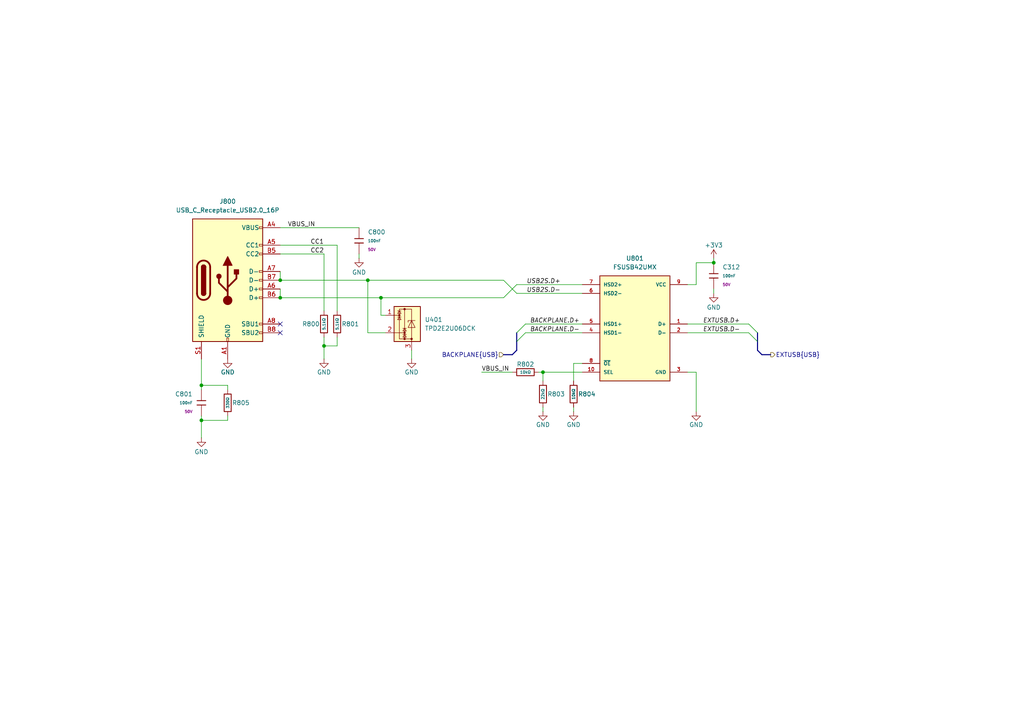
<source format=kicad_sch>
(kicad_sch (version 20231120) (generator "eeschema") (generator_version "8.0")
  (paper "A4")
  (title_block (title "ModuCard base module") (date "2025-02-25") (rev "1.0.1") (company "KoNaR") (comment 1 "Base project authors: Dominik Pluta, Artem Horiunov") (comment 2 "Project author: <author>"))
  (lib_symbols
    (symbol "FSUSB42UMX:FSUSB42UMX" (pin_names (offset 1.016))
      (property "Reference" "U" (at -10.16 15.748 0))
      (property "Value" "FSUSB42UMX" (at -10.16 -17.78 0))
      (symbol "FSUSB42UMX_0_0"
        (rectangle (start -10.16 15.24) (end 10.16 -15.24) (stroke (width 0.254)) (fill (type background)))
        (pin bidirectional line (at 15.24 1.27 180) (length 5.08) (name "D+") (number "1"))
        (pin input line (at -15.24 -12.7 0) (length 5.08) (name "SEL") (number "10"))
        (pin bidirectional line (at 15.24 -1.27 180) (length 5.08) (name "D-") (number "2"))
        (pin power_in line (at 15.24 -12.7 180) (length 5.08) (name "GND") (number "3"))
        (pin input line (at -15.24 -1.27 0) (length 5.08) (name "HSD1-") (number "4"))
        (pin input line (at -15.24 1.27 0) (length 5.08) (name "HSD1+") (number "5"))
        (pin input line (at -15.24 10.16 0) (length 5.08) (name "HSD2-") (number "6"))
        (pin input line (at -15.24 12.7 0) (length 5.08) (name "HSD2+") (number "7"))
        (pin input line (at -15.24 -10.16 0) (length 5.08) (name "~{OE}") (number "8"))
        (pin power_in line (at 15.24 12.7 180) (length 5.08) (name "VCC") (number "9"))
      )
    )
    (symbol "PCM_JLCPCB-Capacitors:0402,100nF,(2)" (pin_numbers hide) (pin_names (offset 0))
      (property "Reference" "C" (at 2.032 1.668 0))
      (property "Value" "100nF" (at 2.032 -0.3782 0))
      (property "Voltage Rated" "50V" (at 2.032 -2.0462 0))
      (symbol "0402,100nF,(2)_0_1"
        (polyline (pts (xy -1.27 -0.635) (xy 1.27 -0.635)) (stroke (width 0.254)))
        (polyline (pts (xy -1.27 0.635) (xy 1.27 0.635)) (stroke (width 0.254)))
      )
      (symbol "0402,100nF,(2)_1_1"
        (pin passive line (at 0 3.81 270) (length 3.175) (name "~") (number "1"))
        (pin passive line (at 0 -3.81 90) (length 3.175) (name "~") (number "2"))
      )
    )
    (symbol "PCM_JLCPCB-Resistors:0402,10kΩ" (pin_numbers hide) (pin_names (offset 0))
      (property "Reference" "R" (at 1.778 0 0))
      (property "Value" "10kΩ" (at 0 0 90))
      (symbol "0402,10kΩ_0_1"
        (rectangle (start -1.016 2.54) (end 1.016 -2.54) (stroke (width 0.254)))
      )
      (symbol "0402,10kΩ_1_1"
        (pin passive line (at 0 3.81 270) (length 1.27) (name "~") (number "1"))
        (pin passive line (at 0 -3.81 90) (length 1.27) (name "~") (number "2"))
      )
    )
    (symbol "PCM_JLCPCB-Resistors:0402,22kΩ" (pin_numbers hide) (pin_names (offset 0))
      (property "Reference" "R" (at 1.778 0 0))
      (property "Value" "22kΩ" (at 0 0 90))
      (symbol "0402,22kΩ_0_1"
        (rectangle (start -1.016 2.54) (end 1.016 -2.54) (stroke (width 0.254)))
      )
      (symbol "0402,22kΩ_1_1"
        (pin passive line (at 0 3.81 270) (length 1.27) (name "~") (number "1"))
        (pin passive line (at 0 -3.81 90) (length 1.27) (name "~") (number "2"))
      )
    )
    (symbol "PCM_JLCPCB-Resistors:0402,330Ω" (pin_numbers hide) (pin_names (offset 0))
      (property "Reference" "R" (at 1.778 0 0))
      (property "Value" "330Ω" (at 0 0 90))
      (symbol "0402,330Ω_0_1"
        (rectangle (start -1.016 2.54) (end 1.016 -2.54) (stroke (width 0.254)))
      )
      (symbol "0402,330Ω_1_1"
        (pin passive line (at 0 3.81 270) (length 1.27) (name "~") (number "1"))
        (pin passive line (at 0 -3.81 90) (length 1.27) (name "~") (number "2"))
      )
    )
    (symbol "PCM_JLCPCB-Resistors:0402,5.1kΩ" (pin_numbers hide) (pin_names (offset 0))
      (property "Reference" "R" (at 1.778 0 0))
      (property "Value" "5.1kΩ" (at 0 0 90))
      (symbol "0402,5.1kΩ_0_1"
        (rectangle (start -1.016 2.54) (end 1.016 -2.54) (stroke (width 0.254)))
      )
      (symbol "0402,5.1kΩ_1_1"
        (pin passive line (at 0 3.81 270) (length 1.27) (name "~") (number "1"))
        (pin passive line (at 0 -3.81 90) (length 1.27) (name "~") (number "2"))
      )
    )
    (symbol "Power_Protection:TPD2E2U06DCK"
      (property "Reference" "U" (at -3.81 6.35 0))
      (property "Value" "TPD2E2U06DCK" (at 0.508 -6.35 0))
      (symbol "TPD2E2U06DCK_0_1"
        (rectangle (start -5.08 5.08) (end 2.54 -5.08) (stroke (width 0.254)) (fill (type background)))
        (circle (center -3.556 2.54) (radius 0.254) (fill (type outline)))
        (rectangle (start -3.556 4.318) (end 0 -4.318))
        (circle (center -2.032 -4.318) (radius 0.254) (fill (type outline)))
        (circle (center -2.032 -2.54) (radius 0.254) (fill (type outline)))
        (circle (center -2.032 4.318) (radius 0.254) (fill (type outline)))
        (circle (center 0 -4.318) (radius 0.254) (fill (type outline)))
        (polyline (pts (xy -3.556 2.54) (xy -5.08 2.54)))
        (polyline (pts (xy -3.048 2.032) (xy -4.064 2.032)))
        (polyline (pts (xy -3.048 3.81) (xy -4.064 3.81)))
        (polyline (pts (xy -2.032 -4.318) (xy -2.032 4.318)))
        (polyline (pts (xy -2.032 -2.54) (xy -5.08 -2.54)))
        (polyline (pts (xy -1.524 -3.048) (xy -2.54 -3.048)))
        (polyline (pts (xy -1.524 -1.27) (xy -2.54 -1.27)))
        (polyline (pts (xy 0 -4.318) (xy 0 -5.08)))
        (polyline (pts (xy 1.016 1.016) (xy -1.016 1.016) (xy -1.016 0.508)))
        (polyline (pts (xy -3.556 2.032) (xy -4.064 1.27) (xy -3.048 1.27) (xy -3.556 2.032)))
        (polyline (pts (xy -3.556 3.81) (xy -4.064 3.048) (xy -3.048 3.048) (xy -3.556 3.81)))
        (polyline (pts (xy -2.032 -3.048) (xy -2.54 -3.81) (xy -1.524 -3.81) (xy -2.032 -3.048)))
        (polyline (pts (xy -2.032 -1.27) (xy -2.54 -2.032) (xy -1.524 -2.032) (xy -2.032 -1.27)))
        (polyline (pts (xy 0 1.016) (xy 1.016 -1.016) (xy -1.016 -1.016) (xy 0 1.016)))
      )
      (symbol "TPD2E2U06DCK_1_1"
        (pin passive line (at -7.62 2.54 0) (length 2.54) (name "~") (number "1"))
        (pin passive line (at -7.62 -2.54 0) (length 2.54) (name "~") (number "2"))
        (pin passive line (at 0 -7.62 90) (length 2.54) (name "~") (number "3"))
      )
    )
    (symbol "USB_C_Receptacle_USB2.0_16P_1" (pin_names (offset 1.016))
      (property "Reference" "J" (at 0 22.225 0))
      (property "Value" "USB_C_Receptacle_USB2.0_16P" (at 0 19.685 0))
      (symbol "USB_C_Receptacle_USB2.0_16P_1_0_0"
        (rectangle (start -0.254 -17.78) (end 0.254 -16.764))
        (rectangle (start 10.16 -14.986) (end 9.144 -15.494))
        (rectangle (start 10.16 -12.446) (end 9.144 -12.954))
        (rectangle (start 10.16 -4.826) (end 9.144 -5.334))
        (rectangle (start 10.16 -2.286) (end 9.144 -2.794))
        (rectangle (start 10.16 0.254) (end 9.144 -0.254))
        (rectangle (start 10.16 2.794) (end 9.144 2.286))
        (rectangle (start 10.16 7.874) (end 9.144 7.366))
        (rectangle (start 10.16 10.414) (end 9.144 9.906))
        (rectangle (start 10.16 15.494) (end 9.144 14.986))
      )
      (symbol "USB_C_Receptacle_USB2.0_16P_1_0_1"
        (rectangle (start -10.16 17.78) (end 10.16 -17.78) (stroke (width 0.254)) (fill (type background)))
        (arc (start -8.89 -3.81) (mid -6.985 -5.7067) (end -5.08 -3.81) (stroke (width 0.508)))
        (arc (start -7.62 -3.81) (mid -6.985 -4.4423) (end -6.35 -3.81) (stroke (width 0.254)))
        (arc (start -7.62 -3.81) (mid -6.985 -4.4423) (end -6.35 -3.81) (stroke (width 0.254)) (fill (type outline)))
        (rectangle (start -7.62 -3.81) (end -6.35 3.81) (stroke (width 0.254)) (fill (type outline)))
        (arc (start -6.35 3.81) (mid -6.985 4.4423) (end -7.62 3.81) (stroke (width 0.254)))
        (arc (start -6.35 3.81) (mid -6.985 4.4423) (end -7.62 3.81) (stroke (width 0.254)) (fill (type outline)))
        (arc (start -5.08 3.81) (mid -6.985 5.7067) (end -8.89 3.81) (stroke (width 0.508)))
        (circle (center -2.54 1.143) (radius 0.635) (stroke (width 0.254)) (fill (type outline)))
        (circle (center 0 -5.842) (radius 1.27) (fill (type outline)))
        (polyline (pts (xy -8.89 -3.81) (xy -8.89 3.81)) (stroke (width 0.508)))
        (polyline (pts (xy -5.08 3.81) (xy -5.08 -3.81)) (stroke (width 0.508)))
        (polyline (pts (xy 0 -5.842) (xy 0 4.318)) (stroke (width 0.508)))
        (polyline (pts (xy 0 -3.302) (xy -2.54 -0.762) (xy -2.54 0.508)) (stroke (width 0.508)))
        (polyline (pts (xy 0 -2.032) (xy 2.54 0.508) (xy 2.54 1.778)) (stroke (width 0.508)))
        (polyline (pts (xy -1.27 4.318) (xy 0 6.858) (xy 1.27 4.318) (xy -1.27 4.318)) (stroke (width 0.254)) (fill (type outline)))
        (rectangle (start 1.905 1.778) (end 3.175 3.048) (stroke (width 0.254)) (fill (type outline)))
      )
      (symbol "USB_C_Receptacle_USB2.0_16P_1_1_1"
        (pin passive line (at 0 -22.86 90) (length 5.08) (name "GND") (number "A1"))
        (pin passive line (at 0 -22.86 90) (length 5.08) hide (name "GND") (number "A12"))
        (pin passive line (at 15.24 15.24 180) (length 5.08) (name "VBUS") (number "A4"))
        (pin bidirectional line (at 15.24 10.16 180) (length 5.08) (name "CC1") (number "A5"))
        (pin bidirectional line (at 15.24 -2.54 180) (length 5.08) (name "D+") (number "A6"))
        (pin bidirectional line (at 15.24 2.54 180) (length 5.08) (name "D-") (number "A7"))
        (pin bidirectional line (at 15.24 -12.7 180) (length 5.08) (name "SBU1") (number "A8"))
        (pin passive line (at 15.24 15.24 180) (length 5.08) hide (name "VBUS") (number "A9"))
        (pin passive line (at 0 -22.86 90) (length 5.08) hide (name "GND") (number "B1"))
        (pin passive line (at 0 -22.86 90) (length 5.08) hide (name "GND") (number "B12"))
        (pin passive line (at 15.24 15.24 180) (length 5.08) hide (name "VBUS") (number "B4"))
        (pin bidirectional line (at 15.24 7.62 180) (length 5.08) (name "CC2") (number "B5"))
        (pin bidirectional line (at 15.24 -5.08 180) (length 5.08) (name "D+") (number "B6"))
        (pin bidirectional line (at 15.24 0 180) (length 5.08) (name "D-") (number "B7"))
        (pin bidirectional line (at 15.24 -15.24 180) (length 5.08) (name "SBU2") (number "B8"))
        (pin passive line (at 15.24 15.24 180) (length 5.08) hide (name "VBUS") (number "B9"))
        (pin passive line (at -7.62 -22.86 90) (length 5.08) (name "SHIELD") (number "S1"))
      )
    )
    (symbol "power:+5V" (power) (pin_numbers hide) (pin_names (offset 0) hide)
      (property "Value" "+5V" (at 0 3.556 0))
      (symbol "+5V_0_1"
        (polyline (pts (xy -0.762 1.27) (xy 0 2.54)))
        (polyline (pts (xy 0 0) (xy 0 2.54)))
        (polyline (pts (xy 0 2.54) (xy 0.762 1.27)))
      )
      (symbol "+5V_1_1"
        (pin power_in line (at 0 0 90) (length 0) (name "~") (number "1"))
      )
    )
    (symbol "power:GND" (power) (pin_numbers hide) (pin_names (offset 0) hide)
      (property "Value" "GND" (at 0 -3.81 0))
      (symbol "GND_0_1"
        (polyline (pts (xy 0 0) (xy 0 -1.27) (xy 1.27 -1.27) (xy 0 -2.54) (xy -1.27 -1.27) (xy 0 -1.27)))
      )
      (symbol "GND_1_1"
        (pin power_in line (at 0 0 270) (length 0) (name "~") (number "1"))
      )
    )
  )
  (junction (at 58.42 111.76))
  (junction (at 58.42 121.92))
  (junction (at 93.98 100.33))
  (junction (at 81.28 81.28))
  (junction (at 207.01 76.2))
  (junction (at 110.49 86.36))
  (junction (at 157.48 107.95))
  (junction (at 81.28 86.36))
  (junction (at 106.68 81.28))
  (no_connect (at 81.28 96.52))
  (no_connect (at 81.28 93.98))
  (bus_entry (at 217.17 96.52) (size 2.54 2.54))
  (bus_entry (at 149.86 96.52) (size 2.54 -2.54))
  (bus_entry (at 217.17 93.98) (size 2.54 2.54))
  (bus_entry (at 149.86 99.06) (size 2.54 -2.54))
  (wire (pts (xy 149.86 85.09) (xy 168.91 85.09)))
  (wire (pts (xy 201.93 107.95) (xy 199.39 107.95)))
  (bus (pts (xy 220.98 102.87) (xy 219.71 101.6)))
  (wire (pts (xy 201.93 76.2) (xy 201.93 82.55)))
  (wire (pts (xy 199.39 93.98) (xy 217.17 93.98)))
  (wire (pts (xy 81.28 78.74) (xy 81.28 81.28)))
  (wire (pts (xy 58.42 120.65) (xy 58.42 121.92)))
  (wire (pts (xy 93.98 73.66) (xy 93.98 90.17)))
  (wire (pts (xy 207.01 83.82) (xy 207.01 85.09)))
  (wire (pts (xy 93.98 97.79) (xy 93.98 100.33)))
  (wire (pts (xy 152.4 93.98) (xy 168.91 93.98)))
  (wire (pts (xy 149.86 82.55) (xy 168.91 82.55)))
  (wire (pts (xy 207.01 74.93) (xy 207.01 76.2)))
  (wire (pts (xy 104.14 73.66) (xy 104.14 74.93)))
  (bus (pts (xy 219.71 96.52) (xy 219.71 99.06)))
  (wire (pts (xy 97.79 97.79) (xy 97.79 100.33)))
  (wire (pts (xy 199.39 96.52) (xy 217.17 96.52)))
  (wire (pts (xy 166.37 118.11) (xy 166.37 119.38)))
  (wire (pts (xy 157.48 118.11) (xy 157.48 119.38)))
  (wire (pts (xy 58.42 104.14) (xy 58.42 111.76)))
  (wire (pts (xy 58.42 121.92) (xy 58.42 127)))
  (bus (pts (xy 220.98 102.87) (xy 223.52 102.87)))
  (wire (pts (xy 66.04 111.76) (xy 58.42 111.76)))
  (wire (pts (xy 93.98 100.33) (xy 93.98 104.14)))
  (bus (pts (xy 148.59 102.87) (xy 149.86 101.6)))
  (wire (pts (xy 149.86 85.09) (xy 146.05 81.28)))
  (wire (pts (xy 81.28 71.12) (xy 97.79 71.12)))
  (wire (pts (xy 207.01 76.2) (xy 201.93 76.2)))
  (wire (pts (xy 149.86 82.55) (xy 146.05 86.36)))
  (wire (pts (xy 106.68 81.28) (xy 146.05 81.28)))
  (wire (pts (xy 81.28 81.28) (xy 106.68 81.28)))
  (bus (pts (xy 149.86 99.06) (xy 149.86 101.6)))
  (wire (pts (xy 81.28 83.82) (xy 81.28 86.36)))
  (wire (pts (xy 110.49 86.36) (xy 110.49 91.44)))
  (wire (pts (xy 152.4 96.52) (xy 168.91 96.52)))
  (wire (pts (xy 81.28 86.36) (xy 110.49 86.36)))
  (wire (pts (xy 110.49 86.36) (xy 146.05 86.36)))
  (wire (pts (xy 119.38 101.6) (xy 119.38 104.14)))
  (wire (pts (xy 156.21 107.95) (xy 157.48 107.95)))
  (bus (pts (xy 146.05 102.87) (xy 148.59 102.87)))
  (wire (pts (xy 66.04 111.76) (xy 66.04 113.03)))
  (bus (pts (xy 219.71 99.06) (xy 219.71 101.6)))
  (wire (pts (xy 201.93 119.38) (xy 201.93 107.95)))
  (bus (pts (xy 149.86 96.52) (xy 149.86 99.06)))
  (wire (pts (xy 111.76 96.52) (xy 106.68 96.52)))
  (wire (pts (xy 81.28 73.66) (xy 93.98 73.66)))
  (wire (pts (xy 58.42 111.76) (xy 58.42 113.03)))
  (wire (pts (xy 157.48 107.95) (xy 157.48 110.49)))
  (wire (pts (xy 81.28 66.04) (xy 104.14 66.04)))
  (wire (pts (xy 139.7 107.95) (xy 148.59 107.95)))
  (wire (pts (xy 97.79 90.17) (xy 97.79 71.12)))
  (wire (pts (xy 66.04 120.65) (xy 66.04 121.92)))
  (wire (pts (xy 157.48 107.95) (xy 168.91 107.95)))
  (wire (pts (xy 166.37 105.41) (xy 166.37 110.49)))
  (wire (pts (xy 166.37 105.41) (xy 168.91 105.41)))
  (wire (pts (xy 106.68 81.28) (xy 106.68 96.52)))
  (wire (pts (xy 66.04 121.92) (xy 58.42 121.92)))
  (wire (pts (xy 199.39 82.55) (xy 201.93 82.55)))
  (wire (pts (xy 111.76 91.44) (xy 110.49 91.44)))
  (wire (pts (xy 93.98 100.33) (xy 97.79 100.33)))
  (label "CC1" (at 93.98 71.12 180))
  (label "BACKPLANE.D+" (at 153.67 93.98 0) (effects (font (italic yes))))
  (label "EXTUSB.D-" (at 214.63 96.52 180) (effects (font (italic yes))))
  (label "USB2S.D-" (at 162.56 85.09 180) (effects (font (italic yes))))
  (label "BACKPLANE.D-" (at 153.67 96.52 0) (effects (font (italic yes))))
  (label "EXTUSB.D+" (at 214.63 93.98 180) (effects (font (italic yes))))
  (label "CC2" (at 93.98 73.66 180))
  (label "VBUS_IN" (at 91.44 66.04 180))
  (label "USB2S.D+" (at 162.56 82.55 180) (effects (font (italic yes))))
  (label "VBUS_IN" (at 139.7 107.95 0))
  (hierarchical_label "EXTUSB{USB}" (shape output) (at 223.52 102.87 0))
  (hierarchical_label "BACKPLANE{USB}" (shape input) (at 146.05 102.87 180))
  (symbol (lib_id "PCM_JLCPCB-Capacitors:0402,100nF,(2)") (at 104.14 69.85 0) (unit 1)
    (property "Reference" "C800" (at 106.68 67.3099 0) (effects (justify left)))
    (property "Value" "100nF" (at 106.68 69.85 0) (effects (font (size 0.8 0.8)) (justify left)))
    (property "Footprint" "PCM_JLCPCB:C_0402" (effects (hide yes)))
    (property "Datasheet" "https://www.lcsc.com/datasheet/lcsc_datasheet_2304140030_Samsung-Electro-Mechanics-CL05B104KB54PNC_C307331.pdf" (effects (hide yes)))
    (property "Description" "50V 100nF X7R ±10% 0402 Multilayer Ceramic Capacitors MLCC - SMD/SMT ROHS" (effects (hide yes)))
    (property "LCSC" "C307331" (effects (hide yes)))
    (property "Stock" "3851753" (effects (hide yes)))
    (property "Price" "0.008USD" (effects (hide yes)))
    (property "Process" "SMT" (effects (hide yes)))
    (property "Minimum Qty" "20" (effects (hide yes)))
    (property "Attrition Qty" "10" (effects (hide yes)))
    (property "Class" "Basic Component" (effects (hide yes)))
    (property "Category" "Capacitors,Multilayer Ceramic Capacitors MLCC - SMD/SMT" (effects (hide yes)))
    (property "Manufacturer" "Samsung Electro-Mechanics" (effects (hide yes)))
    (property "Part" "CL05B104KB54PNC" (effects (hide yes)))
    (property "Voltage Rated" "50V" (at 106.68 72.39 0) (effects (font (size 0.8 0.8)) (justify left)))
    (property "Tolerance" "±10%" (effects (hide yes)))
    (property "Capacitance" "100nF" (effects (hide yes)))
    (property "Temperature Coefficient" "X7R" (effects (hide yes)))
  )
  (symbol (lib_id "PCM_JLCPCB-Resistors:0402,22kΩ") (at 157.48 114.3 0) (unit 1)
    (property "Reference" "R803" (at 158.75 114.3 0) (effects (justify left)))
    (property "Value" "22kΩ" (at 157.48 114.3 90) (effects (font (size 0.8 0.8))))
    (property "Footprint" "PCM_JLCPCB:R_0402" (effects (hide yes)))
    (property "Datasheet" "https://www.lcsc.com/datasheet/lcsc_datasheet_2206010100_UNI-ROYAL-Uniroyal-Elec-0402WGF2202TCE_C25768.pdf" (effects (hide yes)))
    (property "Description" "62.5mW Thick Film Resistors 50V ±100ppm/°C ±1% 22kΩ 0402 Chip Resistor - Surface Mount ROHS" (effects (hide yes)))
    (property "LCSC" "C25768" (effects (hide yes)))
    (property "Stock" "474609" (effects (hide yes)))
    (property "Price" "0.004USD" (effects (hide yes)))
    (property "Process" "SMT" (effects (hide yes)))
    (property "Minimum Qty" "20" (effects (hide yes)))
    (property "Attrition Qty" "10" (effects (hide yes)))
    (property "Class" "Basic Component" (effects (hide yes)))
    (property "Category" "Resistors,Chip Resistor - Surface Mount" (effects (hide yes)))
    (property "Manufacturer" "UNI-ROYAL(Uniroyal Elec)" (effects (hide yes)))
    (property "Part" "0402WGF2202TCE" (effects (hide yes)))
    (property "Resistance" "22kΩ" (effects (hide yes)))
    (property "Power(Watts)" "62.5mW" (effects (hide yes)))
    (property "Type" "Thick Film Resistors" (effects (hide yes)))
    (property "Overload Voltage (Max)" "50V" (effects (hide yes)))
    (property "Operating Temperature Range" "-55°C~+155°C" (effects (hide yes)))
    (property "Tolerance" "±1%" (effects (hide yes)))
    (property "Temperature Coefficient" "±100ppm/°C" (effects (hide yes)))
  )
  (symbol (lib_id "PCM_JLCPCB-Resistors:0402,10kΩ") (at 166.37 114.3 0) (unit 1)
    (property "Reference" "R804" (at 167.64 114.3 0) (effects (justify left)))
    (property "Value" "10kΩ" (at 166.37 114.3 90) (effects (font (size 0.8 0.8))))
    (property "Footprint" "PCM_JLCPCB:R_0402" (effects (hide yes)))
    (property "Datasheet" "https://www.lcsc.com/datasheet/lcsc_datasheet_2411221126_UNI-ROYAL-Uniroyal-Elec-0402WGF1002TCE_C25744.pdf" (effects (hide yes)))
    (property "Description" "62.5mW Thick Film Resistors 50V ±100ppm/°C ±1% 10kΩ 0402 Chip Resistor - Surface Mount ROHS" (effects (hide yes)))
    (property "LCSC" "C25744" (effects (hide yes)))
    (property "Stock" "14017682" (effects (hide yes)))
    (property "Price" "0.004USD" (effects (hide yes)))
    (property "Process" "SMT" (effects (hide yes)))
    (property "Minimum Qty" "5" (effects (hide yes)))
    (property "Attrition Qty" "0" (effects (hide yes)))
    (property "Class" "Basic Component" (effects (hide yes)))
    (property "Category" "Resistors,Chip Resistor - Surface Mount" (effects (hide yes)))
    (property "Manufacturer" "UNI-ROYAL(Uniroyal Elec)" (effects (hide yes)))
    (property "Part" "0402WGF1002TCE" (effects (hide yes)))
    (property "Resistance" "10kΩ" (effects (hide yes)))
    (property "Power(Watts)" "62.5mW" (effects (hide yes)))
    (property "Type" "Thick Film Resistors" (effects (hide yes)))
    (property "Overload Voltage (Max)" "50V" (effects (hide yes)))
    (property "Operating Temperature Range" "-55°C~+155°C" (effects (hide yes)))
    (property "Tolerance" "±1%" (effects (hide yes)))
    (property "Temperature Coefficient" "±100ppm/°C" (effects (hide yes)))
  )
  (symbol (lib_id "power:GND") (at 119.38 104.14 0) (mirror y) (unit 1)
    (property "Reference" "#PWR0802" (effects (hide yes)))
    (property "Value" "GND" (at 119.38 107.95 0))
    (property "Description" "Power symbol creates a global label with name \"GND\" , ground" (effects (hide yes)))
  )
  (symbol (lib_id "PCM_JLCPCB-Capacitors:0402,100nF,(2)") (at 58.42 116.84 0) (unit 1)
    (property "Reference" "C801" (at 55.88 114.2999 0) (effects (justify right)))
    (property "Value" "100nF" (at 55.88 116.84 0) (effects (font (size 0.8 0.8)) (justify right)))
    (property "Footprint" "PCM_JLCPCB:C_0402" (effects (hide yes)))
    (property "Datasheet" "https://www.lcsc.com/datasheet/lcsc_datasheet_2304140030_Samsung-Electro-Mechanics-CL05B104KB54PNC_C307331.pdf" (effects (hide yes)))
    (property "Description" "50V 100nF X7R ±10% 0402 Multilayer Ceramic Capacitors MLCC - SMD/SMT ROHS" (effects (hide yes)))
    (property "LCSC" "C307331" (effects (hide yes)))
    (property "Stock" "3851753" (effects (hide yes)))
    (property "Price" "0.008USD" (effects (hide yes)))
    (property "Process" "SMT" (effects (hide yes)))
    (property "Minimum Qty" "20" (effects (hide yes)))
    (property "Attrition Qty" "10" (effects (hide yes)))
    (property "Class" "Basic Component" (effects (hide yes)))
    (property "Category" "Capacitors,Multilayer Ceramic Capacitors MLCC - SMD/SMT" (effects (hide yes)))
    (property "Manufacturer" "Samsung Electro-Mechanics" (effects (hide yes)))
    (property "Part" "CL05B104KB54PNC" (effects (hide yes)))
    (property "Voltage Rated" "50V" (at 55.88 119.38 0) (effects (font (size 0.8 0.8)) (justify right)))
    (property "Tolerance" "±10%" (effects (hide yes)))
    (property "Capacitance" "100nF" (effects (hide yes)))
    (property "Temperature Coefficient" "X7R" (effects (hide yes)))
  )
  (symbol (lib_id "Power_Protection:TPD2E2U06DCK") (at 119.38 93.98 0) (unit 1)
    (property "Reference" "U401" (at 123.19 92.7099 0) (effects (justify left)))
    (property "Value" "TPD2E2U06DCK" (at 123.19 95.2499 0) (effects (justify left)))
    (property "Footprint" "Package_TO_SOT_SMD:SOT-323_SC-70" (effects (hide yes)))
    (property "Datasheet" "http://www.ti.com/lit/ds/symlink/tpd2e2u06.pdf" (effects (hide yes)))
    (property "Description" "Dual-Channel High-Speed ESD Protection, SC-70" (effects (hide yes)))
  )
  (symbol (lib_id "power:GND") (at 201.93 119.38 0) (unit 1)
    (property "Reference" "#PWR0805" (effects (hide yes)))
    (property "Value" "GND" (at 201.93 123.19 0))
    (property "Description" "Power symbol creates a global label with name \"GND\" , ground" (effects (hide yes)))
  )
  (symbol (lib_id "power:GND") (at 58.42 127 0) (unit 1)
    (property "Reference" "#PWR0808" (effects (hide yes)))
    (property "Value" "GND" (at 58.42 131.064 0))
    (property "Description" "Power symbol creates a global label with name \"GND\" , ground" (effects (hide yes)))
  )
  (symbol (lib_id "power:GND") (at 66.04 104.14 0) (mirror y) (unit 1)
    (property "Reference" "#PWR0804" (effects (hide yes)))
    (property "Value" "GND" (at 66.04 107.95 0))
    (property "Description" "Power symbol creates a global label with name \"GND\" , ground" (effects (hide yes)))
  )
  (symbol (lib_id "power:GND") (at 157.48 119.38 0) (unit 1)
    (property "Reference" "#PWR0806" (effects (hide yes)))
    (property "Value" "GND" (at 157.48 123.19 0))
    (property "Description" "Power symbol creates a global label with name \"GND\" , ground" (effects (hide yes)))
  )
  (symbol (lib_id "power:GND") (at 166.37 119.38 0) (unit 1)
    (property "Reference" "#PWR0807" (effects (hide yes)))
    (property "Value" "GND" (at 166.37 123.19 0))
    (property "Description" "Power symbol creates a global label with name \"GND\" , ground" (effects (hide yes)))
  )
  (symbol (lib_id "power:GND") (at 104.14 74.93 0) (unit 1)
    (property "Reference" "#PWR0800" (effects (hide yes)))
    (property "Value" "GND" (at 104.14 78.994 0))
    (property "Description" "Power symbol creates a global label with name \"GND\" , ground" (effects (hide yes)))
  )
  (symbol (lib_id "power:GND") (at 207.01 85.09 0) (unit 1)
    (property "Reference" "#PWR0330" (effects (hide yes)))
    (property "Value" "GND" (at 207.01 89.154 0))
    (property "Description" "Power symbol creates a global label with name \"GND\" , ground" (effects (hide yes)))
  )
  (symbol (lib_id "FSUSB42UMX:FSUSB42UMX") (at 184.15 95.25 0) (unit 1)
    (property "Reference" "U801" (at 184.15 74.93 0))
    (property "Value" "FSUSB42UMX" (at 184.15 77.47 0))
    (property "Footprint" "Package_DFN_QFN:UQFN-10_1.4x1.8mm_P0.4mm" (effects (hide yes)))
    (property "Datasheet" "https://www.lcsc.com/datasheet/lcsc_datasheet_2410121755_onsemi-FSUSB42UMX_C11145.pdf" (effects (hide yes)))
    (property "MF" "ON Semiconductor" (effects (hide yes)))
    (property "Description_1" "\n                        \n                            USB Switch IC 1 Channel 10-UMLP (1.8x1.4)\n                        \n" (effects (hide yes)))
    (property "Package" "UQFN-10 ON Semiconductor" (effects (hide yes)))
    (property "Price" "None" (effects (hide yes)))
    (property "Check_prices" "https://www.snapeda.com/parts/FSUSB42UMX/Onsemi/view-part/?ref=eda" (effects (hide yes)))
    (property "STANDARD" "Manufacturer Recommendations" (effects (hide yes)))
    (property "PARTREV" "1.25" (effects (hide yes)))
    (property "SnapEDA_Link" "https://www.snapeda.com/parts/FSUSB42UMX/Onsemi/view-part/?ref=snap" (effects (hide yes)))
    (property "MP" "FSUSB42UMX" (effects (hide yes)))
    (property "Availability" "In Stock" (effects (hide yes)))
    (property "MANUFACTURER" "ON Semiconductor" (effects (hide yes)))
  )
  (symbol (lib_id "PCM_JLCPCB-Capacitors:0402,100nF,(2)") (at 207.01 80.01 0) (unit 1)
    (property "Reference" "C312" (at 209.55 77.4699 0) (effects (justify left)))
    (property "Value" "100nF" (at 209.55 80.01 0) (effects (font (size 0.8 0.8)) (justify left)))
    (property "Footprint" "PCM_JLCPCB:C_0402" (effects (hide yes)))
    (property "Datasheet" "https://www.lcsc.com/datasheet/lcsc_datasheet_2304140030_Samsung-Electro-Mechanics-CL05B104KB54PNC_C307331.pdf" (effects (hide yes)))
    (property "Description" "50V 100nF X7R ±10% 0402 Multilayer Ceramic Capacitors MLCC - SMD/SMT ROHS" (effects (hide yes)))
    (property "LCSC" "C307331" (effects (hide yes)))
    (property "Stock" "3851753" (effects (hide yes)))
    (property "Price" "0.008USD" (effects (hide yes)))
    (property "Process" "SMT" (effects (hide yes)))
    (property "Minimum Qty" "20" (effects (hide yes)))
    (property "Attrition Qty" "10" (effects (hide yes)))
    (property "Class" "Basic Component" (effects (hide yes)))
    (property "Category" "Capacitors,Multilayer Ceramic Capacitors MLCC - SMD/SMT" (effects (hide yes)))
    (property "Manufacturer" "Samsung Electro-Mechanics" (effects (hide yes)))
    (property "Part" "CL05B104KB54PNC" (effects (hide yes)))
    (property "Voltage Rated" "50V" (at 209.55 82.55 0) (effects (font (size 0.8 0.8)) (justify left)))
    (property "Tolerance" "±10%" (effects (hide yes)))
    (property "Capacitance" "100nF" (effects (hide yes)))
    (property "Temperature Coefficient" "X7R" (effects (hide yes)))
  )
  (symbol (lib_id "PCM_JLCPCB-Resistors:0402,330Ω") (at 66.04 116.84 0) (unit 1)
    (property "Reference" "R805" (at 67.31 116.84 0) (effects (justify left)))
    (property "Value" "330Ω" (at 66.04 116.84 90) (effects (font (size 0.8 0.8))))
    (property "Footprint" "PCM_JLCPCB:R_0402" (effects (hide yes)))
    (property "Datasheet" "https://www.lcsc.com/datasheet/lcsc_datasheet_2205311900_UNI-ROYAL-Uniroyal-Elec-0402WGF3300TCE_C25104.pdf" (effects (hide yes)))
    (property "Description" "62.5mW Thick Film Resistors 50V ±100ppm/°C ±1% 330Ω 0402 Chip Resistor - Surface Mount ROHS" (effects (hide yes)))
    (property "LCSC" "C25104" (effects (hide yes)))
    (property "Stock" "399284" (effects (hide yes)))
    (property "Price" "0.004USD" (effects (hide yes)))
    (property "Process" "SMT" (effects (hide yes)))
    (property "Minimum Qty" "20" (effects (hide yes)))
    (property "Attrition Qty" "10" (effects (hide yes)))
    (property "Class" "Basic Component" (effects (hide yes)))
    (property "Category" "Resistors,Chip Resistor - Surface Mount" (effects (hide yes)))
    (property "Manufacturer" "UNI-ROYAL(Uniroyal Elec)" (effects (hide yes)))
    (property "Part" "0402WGF3300TCE" (effects (hide yes)))
    (property "Resistance" "330Ω" (effects (hide yes)))
    (property "Power(Watts)" "62.5mW" (effects (hide yes)))
    (property "Type" "Thick Film Resistors" (effects (hide yes)))
    (property "Overload Voltage (Max)" "50V" (effects (hide yes)))
    (property "Operating Temperature Range" "-55°C~+155°C" (effects (hide yes)))
    (property "Tolerance" "±1%" (effects (hide yes)))
    (property "Temperature Coefficient" "±100ppm/°C" (effects (hide yes)))
  )
  (symbol (lib_name "USB_C_Receptacle_USB2.0_16P_1") (lib_id "Connector:USB_C_Receptacle_USB2.0_16P") (at 66.04 81.28 0) (unit 1)
    (property "Reference" "J800" (at 66.04 58.42 0))
    (property "Value" "USB_C_Receptacle_USB2.0_16P" (at 66.04 60.96 0))
    (property "Footprint" "Connector_USB:USB_C_Receptacle_GCT_USB4105-xx-A_16P_TopMnt_Horizontal" (effects (hide yes)))
    (property "Datasheet" "https://www.usb.org/sites/default/files/documents/usb_type-c.zip" (effects (hide yes)))
    (property "Description" "USB 2.0-only 16P Type-C Receptacle connector" (effects (hide yes)))
  )
  (symbol (lib_id "PCM_JLCPCB-Resistors:0402,5.1kΩ") (at 97.79 93.98 0) (unit 1)
    (property "Reference" "R801" (at 99.06 93.98 0) (effects (justify left)))
    (property "Value" "5.1kΩ" (at 97.79 93.98 90) (effects (font (size 0.8 0.8))))
    (property "Footprint" "PCM_JLCPCB:R_0402" (effects (hide yes)))
    (property "Datasheet" "https://www.lcsc.com/datasheet/lcsc_datasheet_2206010045_UNI-ROYAL-Uniroyal-Elec-0402WGF5101TCE_C25905.pdf" (effects (hide yes)))
    (property "Description" "62.5mW Thick Film Resistors 50V ±100ppm/°C ±1% 5.1kΩ 0402 Chip Resistor - Surface Mount ROHS" (effects (hide yes)))
    (property "LCSC" "C25905" (effects (hide yes)))
    (property "Stock" "2022176" (effects (hide yes)))
    (property "Price" "0.004USD" (effects (hide yes)))
    (property "Process" "SMT" (effects (hide yes)))
    (property "Minimum Qty" "20" (effects (hide yes)))
    (property "Attrition Qty" "10" (effects (hide yes)))
    (property "Class" "Basic Component" (effects (hide yes)))
    (property "Category" "Resistors,Chip Resistor - Surface Mount" (effects (hide yes)))
    (property "Manufacturer" "UNI-ROYAL(Uniroyal Elec)" (effects (hide yes)))
    (property "Part" "0402WGF5101TCE" (effects (hide yes)))
    (property "Resistance" "5.1kΩ" (effects (hide yes)))
    (property "Power(Watts)" "62.5mW" (effects (hide yes)))
    (property "Type" "Thick Film Resistors" (effects (hide yes)))
    (property "Overload Voltage (Max)" "50V" (effects (hide yes)))
    (property "Operating Temperature Range" "-55°C~+155°C" (effects (hide yes)))
    (property "Tolerance" "±1%" (effects (hide yes)))
    (property "Temperature Coefficient" "±100ppm/°C" (effects (hide yes)))
  )
  (symbol (lib_id "power:+5V") (at 207.01 74.93 0) (mirror y) (unit 1)
    (property "Reference" "#PWR0801" (effects (hide yes)))
    (property "Value" "+3V3" (at 207.01 71.12 0))
    (property "Description" "Power symbol creates a global label with name \"+5V\"" (effects (hide yes)))
  )
  (symbol (lib_id "PCM_JLCPCB-Resistors:0402,5.1kΩ") (at 93.98 93.98 0) (unit 1)
    (property "Reference" "R800" (at 87.63 93.98 0) (effects (justify left)))
    (property "Value" "5.1kΩ" (at 93.98 93.98 90) (effects (font (size 0.8 0.8))))
    (property "Footprint" "PCM_JLCPCB:R_0402" (effects (hide yes)))
    (property "Datasheet" "https://www.lcsc.com/datasheet/lcsc_datasheet_2206010045_UNI-ROYAL-Uniroyal-Elec-0402WGF5101TCE_C25905.pdf" (effects (hide yes)))
    (property "Description" "62.5mW Thick Film Resistors 50V ±100ppm/°C ±1% 5.1kΩ 0402 Chip Resistor - Surface Mount ROHS" (effects (hide yes)))
    (property "LCSC" "C25905" (effects (hide yes)))
    (property "Stock" "2022176" (effects (hide yes)))
    (property "Price" "0.004USD" (effects (hide yes)))
    (property "Process" "SMT" (effects (hide yes)))
    (property "Minimum Qty" "20" (effects (hide yes)))
    (property "Attrition Qty" "10" (effects (hide yes)))
    (property "Class" "Basic Component" (effects (hide yes)))
    (property "Category" "Resistors,Chip Resistor - Surface Mount" (effects (hide yes)))
    (property "Manufacturer" "UNI-ROYAL(Uniroyal Elec)" (effects (hide yes)))
    (property "Part" "0402WGF5101TCE" (effects (hide yes)))
    (property "Resistance" "5.1kΩ" (effects (hide yes)))
    (property "Power(Watts)" "62.5mW" (effects (hide yes)))
    (property "Type" "Thick Film Resistors" (effects (hide yes)))
    (property "Overload Voltage (Max)" "50V" (effects (hide yes)))
    (property "Operating Temperature Range" "-55°C~+155°C" (effects (hide yes)))
    (property "Tolerance" "±1%" (effects (hide yes)))
    (property "Temperature Coefficient" "±100ppm/°C" (effects (hide yes)))
  )
  (symbol (lib_id "PCM_JLCPCB-Resistors:0402,10kΩ") (at 152.4 107.95 90) (unit 1)
    (property "Reference" "R802" (at 152.4 105.664 90))
    (property "Value" "10kΩ" (at 152.4 107.95 90) (effects (font (size 0.8 0.8))))
    (property "Footprint" "PCM_JLCPCB:R_0402" (effects (hide yes)))
    (property "Datasheet" "https://www.lcsc.com/datasheet/lcsc_datasheet_2411221126_UNI-ROYAL-Uniroyal-Elec-0402WGF1002TCE_C25744.pdf" (effects (hide yes)))
    (property "Description" "62.5mW Thick Film Resistors 50V ±100ppm/°C ±1% 10kΩ 0402 Chip Resistor - Surface Mount ROHS" (effects (hide yes)))
    (property "LCSC" "C25744" (effects (hide yes)))
    (property "Stock" "14017682" (effects (hide yes)))
    (property "Price" "0.004USD" (effects (hide yes)))
    (property "Process" "SMT" (effects (hide yes)))
    (property "Minimum Qty" "5" (effects (hide yes)))
    (property "Attrition Qty" "0" (effects (hide yes)))
    (property "Class" "Basic Component" (effects (hide yes)))
    (property "Category" "Resistors,Chip Resistor - Surface Mount" (effects (hide yes)))
    (property "Manufacturer" "UNI-ROYAL(Uniroyal Elec)" (effects (hide yes)))
    (property "Part" "0402WGF1002TCE" (effects (hide yes)))
    (property "Resistance" "10kΩ" (effects (hide yes)))
    (property "Power(Watts)" "62.5mW" (effects (hide yes)))
    (property "Type" "Thick Film Resistors" (effects (hide yes)))
    (property "Overload Voltage (Max)" "50V" (effects (hide yes)))
    (property "Operating Temperature Range" "-55°C~+155°C" (effects (hide yes)))
    (property "Tolerance" "±1%" (effects (hide yes)))
    (property "Temperature Coefficient" "±100ppm/°C" (effects (hide yes)))
  )
  (symbol (lib_id "power:GND") (at 93.98 104.14 0) (mirror y) (unit 1)
    (property "Reference" "#PWR0803" (effects (hide yes)))
    (property "Value" "GND" (at 93.98 107.95 0))
    (property "Description" "Power symbol creates a global label with name \"GND\" , ground" (effects (hide yes)))
  )
)
</source>
